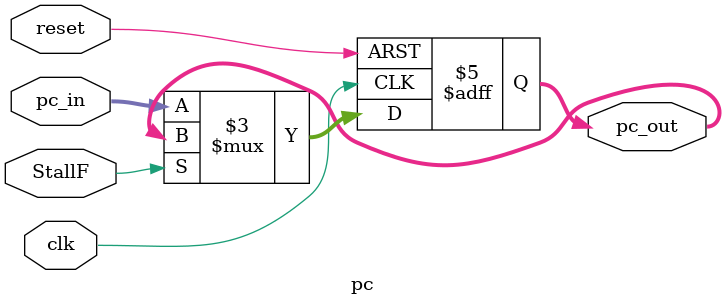
<source format=sv>
module pc #(
    parameter N = 32
) (
    input  logic clk,
    input  logic reset,
    input  logic StallF,              // Stall desde hazard unit
    input  logic [N-1:0] pc_in,       // Dirección siguiente
    output logic [N-1:0] pc_out       // Dirección actual
);
    always_ff @(posedge clk or posedge reset) begin
        if (reset) begin
            pc_out <= {N{1'b0}};
        end else if (!StallF) begin
            pc_out <= pc_in;         // Solo se actualiza si no hay stall
        end
        // Si StallF = 1, mantiene pc_out (stall)
    end
endmodule
</source>
